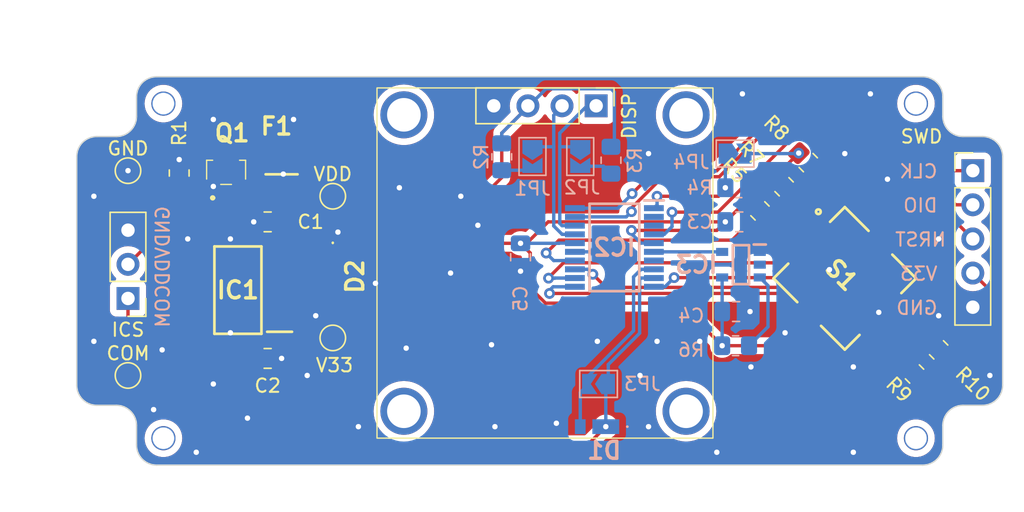
<source format=kicad_pcb>
(kicad_pcb (version 20221018) (generator pcbnew)
  (layers (0 "F.Cu" signal) (31 "B.Cu" signal) (34 "B.Paste" user) (35 "F.Paste" user) (36 "B.SilkS" user "B.Silkscreen") (37 "F.SilkS" user "F.Silkscreen") (38 "B.Mask" user) (39 "F.Mask" user) (44 "Edge.Cuts" user))
  (net 0 "")
  (net 1 "VDD")
  (net 2 "GND")
  (net 3 "+3.3V")
  (net 4 "/RX")
  (net 5 "/TX")
  (net 6 "Net-(Q1-S)")
  (net 7 "Net-(IC2-PB9-BOOT0)")
  (net 10 "/NRST")
  (net 11 "/CLK")
  (net 13 "/SW_UP")
  (net 14 "/SW_DOWN")
  (net 15 "/SW_LEFT")
  (net 16 "/SW_RIGHT")
  (net 17 "/SW_PUSH")
  (net 18 "/SCL")
  (net 19 "/SDA")
  (net 20 "/SWDIO")
  (net 21 "/SWCLK")
  (net 23 "Net-(IC3-OE{slash}~{ST}{slash}NC)")
  (net 24 "Net-(J1-Pin_2)")
  (net 25 "Net-(JP1-B)")
  (net 26 "Net-(JP2-B)")
  (footprint "0_SamacSys_Parts:CUHS20F30H3F" (layer "F.Cu") (at 37.465 33.02 -90)
    (fp_text reference "D2" (at 0.254 -1.651 90) (layer "F.SilkS") (effects (font (size 1.27 1.27) (thickness 0.254))))
    (fp_text value "CUHS20F30,H3F" hide)
    (pad "1" smd rect (at -0.65 0) (size 1.1 2) (layers "F.Cu" "F.Paste" "F.Mask") (net 1 "VDD"))
    (pad "2" smd rect (at 1.25 0 270) (size 0.8 1.1) (layers "F.Cu" "F.Paste" "F.Mask") (net 3 "+3.3V"))
  )
  (footprint "TestPoint:TestPoint_Pad_D1.5mm" (layer "F.Cu") (at 37.465 37.846)
    (fp_text reference "V33" (at 0.127 2.032) (layer "F.SilkS"))
    (fp_text value "TestPoint")
    (pad "1" smd circle (at 0 0) (size 1.5 1.5) (layers "F.Cu" "F.Mask") (net 3 "+3.3V"))
  )
  (footprint "Capacitor_SMD:C_0805_2012Metric_Pad1.18x1.45mm_HandSolder" (layer "F.Cu") (at 32.6175 39.37)
    (fp_text reference "C2" (at 0 2.032) (layer "F.SilkS"))
    (fp_text value "10u")
    (pad "1" smd roundrect (at -1.0375 0) (size 1.175 1.45) (layers "F.Cu" "F.Paste" "F.Mask") (roundrect_rratio 0.2127659574) (net 3 "+3.3V"))
    (pad "2" smd roundrect (at 1.0375 0) (size 1.175 1.45) (layers "F.Cu" "F.Paste" "F.Mask") (roundrect_rratio 0.2127659574) (net 2 "GND"))
  )
  (footprint "0_SamacSys_Parts:SSM3J332RLFT" (layer "F.Cu") (at 29.525 25.525)
    (fp_text reference "Q1" (at 0.447 -2.919) (layer "F.SilkS") (effects (font (size 1.27 1.27) (thickness 0.254))))
    (fp_text value "SSM3J332R,LF" hide)
    (pad "1" smd rect (at -0.95 1.05) (size 0.8 0.9) (layers "F.Cu" "F.Paste" "F.Mask") (net 2 "GND"))
    (pad "2" smd rect (at 0.95 1.05) (size 0.8 0.9) (layers "F.Cu" "F.Paste" "F.Mask") (net 6 "Net-(Q1-S)"))
    (pad "3" smd rect (at 0 -1.05) (size 0.8 0.9) (layers "F.Cu" "F.Paste" "F.Mask") (net 24 "Net-(J1-Pin_2)"))
  )
  (footprint "Connector_PinHeader_2.54mm:PinHeader_1x03_P2.54mm_Vertical" (layer "F.Cu") (at 22.225 34.91 180)
    (fp_text reference "ICS" (at 0 -2.33) (layer "F.SilkS"))
    (fp_text value "I.C.S")
    (pad "1" thru_hole rect (at 0 0 180) (size 1.7 1.7) (drill 1) (layers "*.Cu" "*.Mask") (net 4 "/RX"))
    (pad "2" thru_hole oval (at 0 2.54 180) (size 1.7 1.7) (drill 1) (layers "*.Cu" "*.Mask") (net 24 "Net-(J1-Pin_2)"))
    (pad "3" thru_hole oval (at 0 5.08 180) (size 1.7 1.7) (drill 1) (layers "*.Cu" "*.Mask") (net 2 "GND"))
  )
  (footprint "TestPoint:TestPoint_Pad_D1.5mm" (layer "F.Cu") (at 22.225 40.64)
    (fp_text reference "COM" (at 0 -1.648) (layer "F.SilkS"))
    (fp_text value "TestPoint")
    (pad "1" smd circle (at 0 0) (size 1.5 1.5) (layers "F.Cu" "F.Mask") (net 4 "/RX"))
  )
  (footprint "TestPoint:TestPoint_Pad_D1.5mm" (layer "F.Cu") (at 37.465 27.305)
    (fp_text reference "VDD" (at 0 -1.648) (layer "F.SilkS"))
    (fp_text value "TestPoint")
    (pad "1" smd circle (at 0 0) (size 1.5 1.5) (layers "F.Cu" "F.Mask") (net 1 "VDD"))
  )
  (footprint "MountingHole:MountingHole_2.2mm_M2_Pad" (layer "F.Cu") (at 80.86 20.41)
    (fp_text reference "REF**" hide)
    (fp_text value "MountingHole_2.2mm_M2_Pad" hide)
    (pad "1" thru_hole circle (at 0 0) (size 1.8 1.8) (drill 1.6) (layers "*.Cu" "*.Mask"))
  )
  (footprint "0_SamacSys_Parts:SOT230P700X180-4N" (layer "F.Cu") (at 30.405 34.29 180)
    (fp_text reference "IC1" (at 0 0) (layer "F.SilkS") (effects (font (size 1.27 1.27) (thickness 0.254))))
    (fp_text value "AZ1117CH-3.3TRG1" hide)
    (pad "1" smd rect (at -3.1 -2.3 270) (size 0.9 1.85) (layers "F.Cu" "F.Paste" "F.Mask") (net 2 "GND"))
    (pad "2" smd rect (at -3.1 0 270) (size 0.9 1.85) (layers "F.Cu" "F.Paste" "F.Mask") (net 3 "+3.3V"))
    (pad "3" smd rect (at -3.1 2.3 270) (size 0.9 1.85) (layers "F.Cu" "F.Paste" "F.Mask") (net 1 "VDD"))
    (pad "4" smd rect (at 3.1 0 180) (size 1.85 3.2) (layers "F.Cu" "F.Paste" "F.Mask") (net 3 "+3.3V"))
  )
  (footprint "Resistor_SMD:R_0805_2012Metric_Pad1.20x1.40mm_HandSolder" (layer "F.Cu") (at 80.753948 40.531052 135)
    (fp_text reference "R9" (at 0 -1.65 135) (layer "F.SilkS"))
    (fp_text value "10k")
    (pad "1" smd roundrect (at -1 0 135) (size 1.2 1.4) (layers "F.Cu" "F.Paste" "F.Mask") (roundrect_rratio 0.2083333333) (net 3 "+3.3V"))
    (pad "2" smd roundrect (at 1 0 135) (size 1.2 1.4) (layers "F.Cu" "F.Paste" "F.Mask") (roundrect_rratio 0.2083333333) (net 14 "/SW_DOWN"))
  )
  (footprint "Resistor_SMD:R_0805_2012Metric_Pad1.20x1.40mm_HandSolder" (layer "F.Cu") (at 69.251842 28.393944 -45)
    (fp_text reference "R5" (at -3.490128 -0.743948 135) (layer "F.SilkS"))
    (fp_text value "10k")
    (pad "1" smd roundrect (at -1 0 315) (size 1.2 1.4) (layers "F.Cu" "F.Paste" "F.Mask") (roundrect_rratio 0.2083333333) (net 3 "+3.3V"))
    (pad "2" smd roundrect (at 1 0 315) (size 1.2 1.4) (layers "F.Cu" "F.Paste" "F.Mask") (roundrect_rratio 0.2083333333) (net 15 "/SW_LEFT"))
  )
  (footprint "MountingHole:MountingHole_2.2mm_M2_Pad" (layer "F.Cu") (at 80.86 45.31)
    (fp_text reference "REF**" hide)
    (fp_text value "MountingHole_2.2mm_M2_Pad" hide)
    (pad "1" thru_hole circle (at 0 0) (size 1.8 1.8) (drill 1.6) (layers "*.Cu" "*.Mask"))
  )
  (footprint "Connector_PinHeader_2.54mm:PinHeader_1x05_P2.54mm_Vertical" (layer "F.Cu") (at 85.09 25.4)
    (fp_text reference "SWD" (at -3.81 -2.54 180) (layer "F.SilkS"))
    (fp_text value "SWD")
    (pad "1" thru_hole rect (at 0 0) (size 1.7 1.7) (drill 1) (layers "*.Cu" "*.Mask") (net 21 "/SWCLK"))
    (pad "2" thru_hole oval (at 0 2.54) (size 1.7 1.7) (drill 1) (layers "*.Cu" "*.Mask") (net 20 "/SWDIO"))
    (pad "3" thru_hole oval (at 0 5.08) (size 1.7 1.7) (drill 1) (layers "*.Cu" "*.Mask") (net 10 "/NRST"))
    (pad "4" thru_hole oval (at 0 7.62) (size 1.7 1.7) (drill 1) (layers "*.Cu" "*.Mask") (net 3 "+3.3V"))
    (pad "5" thru_hole oval (at 0 10.16) (size 1.7 1.7) (drill 1) (layers "*.Cu" "*.Mask") (net 2 "GND"))
  )
  (footprint "0_SamacSys_Parts:FUSC3226X110N" (layer "F.Cu") (at 33.655 25.67 -90)
    (fp_text reference "F1" (at -3.572 0.381 -180) (layer "F.SilkS") (effects (font (size 1.27 1.27) (thickness 0.254))))
    (fp_text value "MF-USMF010-2" hide)
    (pad "1" smd rect (at -1.635 0 270) (size 0.88 2.81) (layers "F.Cu" "F.Paste" "F.Mask") (net 6 "Net-(Q1-S)"))
    (pad "2" smd rect (at 1.635 0 270) (size 0.88 2.81) (layers "F.Cu" "F.Paste" "F.Mask") (net 1 "VDD"))
  )
  (footprint "Resistor_SMD:R_0805_2012Metric_Pad1.20x1.40mm_HandSolder" (layer "F.Cu") (at 72.843944 24.801842 -45)
    (fp_text reference "R8" (at -3.490128 -0.154077 135) (layer "F.SilkS"))
    (fp_text value "10k")
    (pad "1" smd roundrect (at -1 0 315) (size 1.2 1.4) (layers "F.Cu" "F.Paste" "F.Mask") (roundrect_rratio 0.2083333333) (net 3 "+3.3V"))
    (pad "2" smd roundrect (at 1 0 315) (size 1.2 1.4) (layers "F.Cu" "F.Paste" "F.Mask") (roundrect_rratio 0.2083333333) (net 13 "/SW_UP"))
  )
  (footprint "MountingHole:MountingHole_2.2mm_M2_Pad" (layer "F.Cu") (at 24.86 45.31)
    (fp_text reference "REF**" hide)
    (fp_text value "MountingHole_2.2mm_M2_Pad" hide)
    (pad "1" thru_hole circle (at 0 0) (size 1.8 1.8) (drill 1.6) (layers "*.Cu" "*.Mask"))
  )
  (footprint "Resistor_SMD:R_0805_2012Metric_Pad1.20x1.40mm_HandSolder" (layer "F.Cu") (at 71.047893 26.597893 -45)
    (fp_text reference "R7" (at -3.490128 0 135) (layer "F.SilkS"))
    (fp_text value "10k")
    (pad "1" smd roundrect (at -1 0 315) (size 1.2 1.4) (layers "F.Cu" "F.Paste" "F.Mask") (roundrect_rratio 0.2083333333) (net 3 "+3.3V"))
    (pad "2" smd roundrect (at 1 0 315) (size 1.2 1.4) (layers "F.Cu" "F.Paste" "F.Mask") (roundrect_rratio 0.2083333333) (net 17 "/SW_PUSH"))
  )
  (footprint "Connector_PinHeader_2.54mm:PinHeader_1x04_P2.54mm_Vertical" (layer "F.Cu") (at 57.064 20.574 -90)
    (fp_text reference "DISP" (at 0.759 -2.454 90) (layer "F.SilkS"))
    (fp_text value "DISP")
    (pad "" thru_hole circle (at 0.67 -6.69 270) (size 3.5 3.5) (drill 2.5) (layers "*.Cu" "*.Mask"))
    (pad "" thru_hole circle (at 0.67 14.31 270) (size 3.5 3.5) (drill 2.5) (layers "*.Cu" "*.Mask"))
    (pad "" thru_hole circle (at 22.73 -6.69 270) (size 3.5 3.5) (drill 2.5) (layers "*.Cu" "*.Mask"))
    (pad "" thru_hole circle (at 22.73 14.31 270) (size 3.5 3.5) (drill 2.5) (layers "*.Cu" "*.Mask"))
    (pad "1" thru_hole oval (at 0 7.62 270) (size 1.7 1.7) (drill 1) (layers "*.Cu" "*.Mask") (net 2 "GND"))
    (pad "2" thru_hole oval (at 0 5.08 270) (size 1.7 1.7) (drill 1) (layers "*.Cu" "*.Mask") (net 3 "+3.3V"))
    (pad "3" thru_hole oval (at 0 2.54 270) (size 1.7 1.7) (drill 1) (layers "*.Cu" "*.Mask") (net 18 "/SCL"))
    (pad "4" thru_hole rect (at 0 0 270) (size 1.7 1.7) (drill 1) (layers "*.Cu" "*.Mask") (net 19 "/SDA"))
  )
  (footprint "0_SamacSys_Parts:SKRHAAE010" (layer "F.Cu") (at 75.565 33.415 -45)
    (fp_text reference "S1" (at -0.36 -0.01 135) (layer "F.SilkS") (effects (font (size 1.27 1.27) (thickness 0.254))))
    (fp_text value "SKRHAAE010" hide)
    (pad "1" smd rect (at -3.575 -1.425 45) (size 1 1.35) (layers "F.Cu" "F.Paste" "F.Mask") (net 13 "/SW_UP"))
    (pad "2" smd rect (at -3.575 0 45) (size 1 1.35) (layers "F.Cu" "F.Paste" "F.Mask") (net 17 "/SW_PUSH"))
    (pad "3" smd rect (at -3.575 1.425 45) (size 1 1.35) (layers "F.Cu" "F.Paste" "F.Mask") (net 15 "/SW_LEFT"))
    (pad "4" smd rect (at 3.575 -1.425 45) (size 1 1.35) (layers "F.Cu" "F.Paste" "F.Mask") (net 16 "/SW_RIGHT"))
    (pad "5" smd rect (at 3.575 0 45) (size 1 1.35) (layers "F.Cu" "F.Paste" "F.Mask") (net 2 "GND"))
    (pad "6" smd rect (at 3.575 1.425 45) (size 1 1.35) (layers "F.Cu" "F.Paste" "F.Mask") (net 14 "/SW_DOWN"))
    (pad "7" smd rect (at 0 4.05 45) (size 1.8 2) (layers "F.Cu" "F.Paste" "F.Mask"))
    (pad "8" smd rect (at 0 -4.05 45) (size 1.8 2) (layers "F.Cu" "F.Paste" "F.Mask"))
  )
  (footprint "Resistor_SMD:R_0805_2012Metric_Pad1.20x1.40mm_HandSolder" (layer "F.Cu") (at 82.55 38.735 135)
    (fp_text reference "R10" (at -3.592102 0 135) (layer "F.SilkS"))
    (fp_text value "10k")
    (pad "1" smd roundrect (at -1 0 135) (size 1.2 1.4) (layers "F.Cu" "F.Paste" "F.Mask") (roundrect_rratio 0.2083333333) (net 3 "+3.3V"))
    (pad "2" smd roundrect (at 1 0 135) (size 1.2 1.4) (layers "F.Cu" "F.Paste" "F.Mask") (roundrect_rratio 0.2083333333) (net 16 "/SW_RIGHT"))
  )
  (footprint "MountingHole:MountingHole_2.2mm_M2_Pad" (layer "F.Cu") (at 24.86 20.41)
    (fp_text reference "REF**" hide)
    (fp_text value "MountingHole_2.2mm_M2_Pad" hide)
    (pad "1" thru_hole circle (at 0 0) (size 1.8 1.8) (drill 1.6) (layers "*.Cu" "*.Mask"))
  )
  (footprint "Resistor_SMD:R_0805_2012Metric_Pad1.20x1.40mm_HandSolder" (layer "F.Cu") (at 26.035 25.575 90)
    (fp_text reference "R1" (at 2.969 0 90) (layer "F.SilkS"))
    (fp_text value "100k")
    (pad "1" smd roundrect (at -1 0 90) (size 1.2 1.4) (layers "F.Cu" "F.Paste" "F.Mask") (roundrect_rratio 0.2083333333) (net 24 "Net-(J1-Pin_2)"))
    (pad "2" smd roundrect (at 1 0 90) (size 1.2 1.4) (layers "F.Cu" "F.Paste" "F.Mask") (roundrect_rratio 0.2083333333) (net 2 "GND"))
  )
  (footprint "Capacitor_SMD:C_0805_2012Metric_Pad1.18x1.45mm_HandSolder" (layer "F.Cu") (at 32.6175 29.21 180)
    (fp_text reference "C1" (at -3.1965 0) (layer "F.SilkS"))
    (fp_text value "10u")
    (pad "1" smd roundrect (at -1.0375 0 180) (size 1.175 1.45) (layers "F.Cu" "F.Paste" "F.Mask") (roundrect_rratio 0.2127659574) (net 1 "VDD"))
    (pad "2" smd roundrect (at 1.0375 0 180) (size 1.175 1.45) (layers "F.Cu" "F.Paste" "F.Mask") (roundrect_rratio 0.2127659574) (net 2 "GND"))
  )
  (footprint "TestPoint:TestPoint_Pad_D1.5mm" (layer "F.Cu") (at 22.225 25.4)
    (fp_text reference "GND" (at 0 -1.648) (layer "F.SilkS"))
    (fp_text value "TestPoint")
    (pad "1" smd circle (at 0 0) (size 1.5 1.5) (layers "F.Cu" "F.Mask") (net 2 "GND"))
  )
  (footprint "Jumper:SolderJumper-2_P1.3mm_Open_TrianglePad1.0x1.5mm" (layer "B.Cu") (at 57.24 41.275 180)
    (fp_text reference "JP3" (at -3.265 0) (layer "B.SilkS") (effects (justify mirror)))
    (fp_text value "SolderJumper_2_Open")
    (pad "1" smd custom (at -0.725 0 180) (size 0.3 0.3) (layers "B.Cu" "B.Mask") (net 4 "/RX") (options (clearance outline) (anchor rect)) (primitives (gr_poly (pts (xy 1 0) (xy 0.5 -0.75) (xy -0.5 -0.75) (xy -0.5 0.75) (xy 0.5 0.75)) (width 0) (fill yes))))
    (pad "2" smd custom (at 0.725 0 180) (size 0.3 0.3) (layers "B.Cu" "B.Mask") (net 5 "/TX") (options (clearance outline) (anchor rect)) (primitives (gr_poly (pts (xy 0.5 -0.75) (xy -0.65 -0.75) (xy -0.15 0) (xy -0.65 0.75) (xy 0.5 0.75)) (width 0) (fill yes))))
  )
  (footprint "Capacitor_SMD:C_0805_2012Metric_Pad1.18x1.45mm_HandSolder" (layer "B.Cu") (at 67.4755 35.885)
    (fp_text reference "C4" (at -3.3405 0.31 -360) (layer "B.SilkS") (effects (justify mirror)))
    (fp_text value "0.1u")
    (pad "1" smd roundrect (at -1.0375 0) (size 1.175 1.45) (layers "B.Cu" "B.Paste" "B.Mask") (roundrect_rratio 0.2127659574) (net 3 "+3.3V"))
    (pad "2" smd roundrect (at 1.0375 0) (size 1.175 1.45) (layers "B.Cu" "B.Paste" "B.Mask") (roundrect_rratio 0.2127659574) (net 2 "GND"))
  )
  (footprint "Jumper:SolderJumper-2_P1.3mm_Open_TrianglePad1.0x1.5mm" (layer "B.Cu") (at 52.324 24.347 -90)
    (fp_text reference "JP1" (at 2.392 0) (layer "B.SilkS") (effects (justify mirror)))
    (fp_text value "SolderJumper_2_Open")
    (pad "1" smd custom (at -0.725 0 270) (size 0.3 0.3) (layers "B.Cu" "B.Mask") (net 18 "/SCL") (options (clearance outline) (anchor rect)) (primitives (gr_poly (pts (xy 1 0) (xy 0.5 -0.75) (xy -0.5 -0.75) (xy -0.5 0.75) (xy 0.5 0.75)) (width 0) (fill yes))))
    (pad "2" smd custom (at 0.725 0 270) (size 0.3 0.3) (layers "B.Cu" "B.Mask") (net 25 "Net-(JP1-B)") (options (clearance outline) (anchor rect)) (primitives (gr_poly (pts (xy 0.5 -0.75) (xy -0.65 -0.75) (xy -0.15 0) (xy -0.65 0.75) (xy 0.5 0.75)) (width 0) (fill yes))))
  )
  (footprint "Resistor_SMD:R_0805_2012Metric_Pad1.20x1.40mm_HandSolder" (layer "B.Cu") (at 58.166 24.622 -90)
    (fp_text reference "R3" (at 0.016 -1.778 90) (layer "B.SilkS") (effects (justify mirror)))
    (fp_text value "3.3k")
    (pad "1" smd roundrect (at -1 0 270) (size 1.2 1.4) (layers "B.Cu" "B.Paste" "B.Mask") (roundrect_rratio 0.2083333333) (net 3 "+3.3V"))
    (pad "2" smd roundrect (at 1 0 270) (size 1.2 1.4) (layers "B.Cu" "B.Paste" "B.Mask") (roundrect_rratio 0.2083333333) (net 26 "Net-(JP2-B)"))
  )
  (footprint "Resistor_SMD:R_0805_2012Metric_Pad1.20x1.40mm_HandSolder" (layer "B.Cu") (at 67.675 26.67)
    (fp_text reference "R4" (at -2.905 0) (layer "B.SilkS") (effects (justify mirror)))
    (fp_text value "10k")
    (pad "1" smd roundrect (at -1 0) (size 1.2 1.4) (layers "B.Cu" "B.Paste" "B.Mask") (roundrect_rratio 0.2083333333) (net 7 "Net-(IC2-PB9-BOOT0)"))
    (pad "2" smd roundrect (at 1 0) (size 1.2 1.4) (layers "B.Cu" "B.Paste" "B.Mask") (roundrect_rratio 0.2083333333) (net 2 "GND"))
  )
  (footprint "0_SamacSys_Parts:SOT95P280X130-5N" (layer "B.Cu") (at 67.838 32.395 180)
    (fp_text reference "IC3" (at 3.322 0) (layer "B.SilkS") (effects (font (size 1.27 1.27) (thickness 0.254)) (justify mirror)))
    (fp_text value "SIT2001BI-S2-33E-12.000000G" hide)
    (pad "1" smd rect (at -1.4 0.95 90) (size 0.6 0.9) (layers "B.Cu" "B.Paste" "B.Mask") (net 2 "GND"))
    (pad "2" smd rect (at -1.4 0 90) (size 0.6 0.9) (layers "B.Cu" "B.Paste" "B.Mask"))
    (pad "3" smd rect (at -1.4 -0.95 90) (size 0.6 0.9) (layers "B.Cu" "B.Paste" "B.Mask") (net 23 "Net-(IC3-OE{slash}~{ST}{slash}NC)"))
    (pad "4" smd rect (at 1.4 -0.95 90) (size 0.6 0.9) (layers "B.Cu" "B.Paste" "B.Mask") (net 3 "+3.3V"))
    (pad "5" smd rect (at 1.4 0.95 90) (size 0.6 0.9) (layers "B.Cu" "B.Paste" "B.Mask") (net 11 "/CLK"))
  )
  (footprint "Resistor_SMD:R_0805_2012Metric_Pad1.20x1.40mm_HandSolder" (layer "B.Cu") (at 50.038 24.368 -90)
    (fp_text reference "R2" (at 0.016 1.524 90) (layer "B.SilkS") (effects (justify mirror)))
    (fp_text value "3.3k")
    (pad "1" smd roundrect (at -1 0 270) (size 1.2 1.4) (layers "B.Cu" "B.Paste" "B.Mask") (roundrect_rratio 0.2083333333) (net 3 "+3.3V"))
    (pad "2" smd roundrect (at 1 0 270) (size 1.2 1.4) (layers "B.Cu" "B.Paste" "B.Mask") (roundrect_rratio 0.2083333333) (net 25 "Net-(JP1-B)"))
  )
  (footprint "0_SamacSys_Parts:SOP65P640X120-20N" (layer "B.Cu") (at 58.42 31.115 180)
    (fp_text reference "IC2" (at 0 0) (layer "B.SilkS") (effects (font (size 1.27 1.27) (thickness 0.254)) (justify mirror)))
    (fp_text value "STM32L010F4P6" hide)
    (pad "1" smd rect (at -2.938 2.925 90) (size 0.45 1.475) (layers "B.Cu" "B.Paste" "B.Mask") (net 7 "Net-(IC2-PB9-BOOT0)"))
    (pad "2" smd rect (at -2.938 2.275 90) (size 0.45 1.475) (layers "B.Cu" "B.Paste" "B.Mask"))
    (pad "3" smd rect (at -2.938 1.625 90) (size 0.45 1.475) (layers "B.Cu" "B.Paste" "B.Mask"))
    (pad "4" smd rect (at -2.938 0.975 90) (size 0.45 1.475) (layers "B.Cu" "B.Paste" "B.Mask") (net 10 "/NRST"))
    (pad "5" smd rect (at -2.938 0.325 90) (size 0.45 1.475) (layers "B.Cu" "B.Paste" "B.Mask") (net 3 "+3.3V"))
    (pad "6" smd rect (at -2.938 -0.325 90) (size 0.45 1.475) (layers "B.Cu" "B.Paste" "B.Mask") (net 11 "/CLK"))
    (pad "7" smd rect (at -2.938 -0.975 90) (size 0.45 1.475) (layers "B.Cu" "B.Paste" "B.Mask"))
    (pad "8" smd rect (at -2.938 -1.625 90) (size 0.45 1.475) (layers "B.Cu" "B.Paste" "B.Mask") (net 5 "/TX"))
    (pad "9" smd rect (at -2.938 -2.275 90) (size 0.45 1.475) (layers "B.Cu" "B.Paste" "B.Mask") (net 4 "/RX"))
    (pad "10" smd rect (at -2.938 -2.925 90) (size 0.45 1.475) (layers "B.Cu" "B.Paste" "B.Mask") (net 13 "/SW_UP"))
    (pad "11" smd rect (at 2.938 -2.925 90) (size 0.45 1.475) (layers "B.Cu" "B.Paste" "B.Mask") (net 14 "/SW_DOWN"))
    (pad "12" smd rect (at 2.938 -2.275 90) (size 0.45 1.475) (layers "B.Cu" "B.Paste" "B.Mask") (net 15 "/SW_LEFT"))
    (pad "13" smd rect (at 2.938 -1.625 90) (size 0.45 1.475) (layers "B.Cu" "B.Paste" "B.Mask") (net 16 "/SW_RIGHT"))
    (pad "14" smd rect (at 2.938 -0.975 90) (size 0.45 1.475) (layers "B.Cu" "B.Paste" "B.Mask") (net 17 "/SW_PUSH"))
    (pad "15" smd rect (at 2.938 -0.325 90) (size 0.45 1.475) (layers "B.Cu" "B.Paste" "B.Mask") (net 2 "GND"))
    (pad "16" smd rect (at 2.938 0.325 90) (size 0.45 1.475) (layers "B.Cu" "B.Paste" "B.Mask") (net 3 "+3.3V"))
    (pad "17" smd rect (at 2.938 0.975 90) (size 0.45 1.475) (layers "B.Cu" "B.Paste" "B.Mask") (net 18 "/SCL"))
    (pad "18" smd rect (at 2.938 1.625 90) (size 0.45 1.475) (layers "B.Cu" "B.Paste" "B.Mask") (net 19 "/SDA"))
    (pad "19" smd rect (at 2.938 2.275 90) (size 0.45 1.475) (layers "B.Cu" "B.Paste" "B.Mask") (net 20 "/SWDIO"))
    (pad "20" smd rect (at 2.938 2.925 90) (size 0.45 1.475) (layers "B.Cu" "B.Paste" "B.Mask") (net 21 "/SWCLK"))
  )
  (footprint "Jumper:SolderJumper-2_P1.3mm_Open_TrianglePad1.0x1.5mm" (layer "B.Cu") (at 67.4 24.13)
    (fp_text reference "JP4" (at -3.265 0.635) (layer "B.SilkS") (effects (justify mirror)))
    (fp_text value "SolderJumper_2_Open")
    (pad "1" smd custom (at -0.725 0) (size 0.3 0.3) (layers "B.Cu" "B.Mask") (net 7 "Net-(IC2-PB9-BOOT0)") (options (clearance outline) (anchor rect)) (primitives (gr_poly (pts (xy 1 0) (xy 0.5 -0.75) (xy -0.5 -0.75) (xy -0.5 0.75) (xy 0.5 0.75)) (width 0) (fill yes))))
    (pad "2" smd custom (at 0.725 0) (size 0.3 0.3) (layers "B.Cu" "B.Mask") (net 3 "+3.3V") (options (clearance outline) (anchor rect)) (primitives (gr_poly (pts (xy 0.5 -0.75) (xy -0.65 -0.75) (xy -0.15 0) (xy -0.65 0.75) (xy 0.5 0.75)) (width 0) (fill yes))))
  )
  (footprint "Capacitor_SMD:C_0805_2012Metric_Pad1.18x1.45mm_HandSolder" (layer "B.Cu") (at 67.7125 29.21)
    (fp_text reference "C3" (at -2.9425 0) (layer "B.SilkS") (effects (justify mirror)))
    (fp_text value "0.1u")
    (pad "1" smd roundrect (at -1.0375 0) (size 1.175 1.45) (layers "B.Cu" "B.Paste" "B.Mask") (roundrect_rratio 0.2127659574) (net 3 "+3.3V"))
    (pad "2" smd roundrect (at 1.0375 0) (size 1.175 1.45) (layers "B.Cu" "B.Paste" "B.Mask") (roundrect_rratio 0.2127659574) (net 2 "GND"))
  )
  (footprint "Capacitor_SMD:C_0805_2012Metric_Pad1.18x1.45mm_HandSolder" (layer "B.Cu") (at 51.435 31.8425 -90)
    (fp_text reference "C5" (at 3.0825 0 90) (layer "B.SilkS") (effects (justify mirror)))
    (fp_text value "0.1u")
    (pad "1" smd roundrect (at -1.0375 0 270) (size 1.175 1.45) (layers "B.Cu" "B.Paste" "B.Mask") (roundrect_rratio 0.2127659574) (net 3 "+3.3V"))
    (pad "2" smd roundrect (at 1.0375 0 270) (size 1.175 1.45) (layers "B.Cu" "B.Paste" "B.Mask") (roundrect_rratio 0.2127659574) (net 2 "GND"))
  )
  (footprint "Jumper:SolderJumper-2_P1.3mm_Open_TrianglePad1.0x1.5mm" (layer "B.Cu") (at 55.88 24.347 -90)
    (fp_text reference "JP2" (at 2.302 -0.127) (layer "B.SilkS") (effects (justify mirror)))
    (fp_text value "SolderJumper_2_Open")
    (pad "1" smd custom (at -0.725 0 270) (size 0.3 0.3) (layers "B.Cu" "B.Mask") (net 19 "/SDA") (options (clearance outline) (anchor rect)) (primitives (gr_poly (pts (xy 1 0) (xy 0.5 -0.75) (xy -0.5 -0.75) (xy -0.5 0.75) (xy 0.5 0.75)) (width 0) (fill yes))))
    (pad "2" smd custom (at 0.725 0 270) (size 0.3 0.3) (layers "B.Cu" "B.Mask") (net 26 "Net-(JP2-B)") (options (clearance outline) (anchor rect)) (primitives (gr_poly (pts (xy 0.5 -0.75) (xy -0.65 -0.75) (xy -0.15 0) (xy -0.65 0.75) (xy 0.5 0.75)) (width 0) (fill yes))))
  )
  (footprint "Resistor_SMD:R_0805_2012Metric_Pad1.20x1.40mm_HandSolder" (layer "B.Cu") (at 67.438 38.425)
    (fp_text reference "R6" (at -3.303 0.31) (layer "B.SilkS") (effects (justify mirror)))
    (fp_text value "10k")
    (pad "1" smd roundrect (at -1 0) (size 1.2 1.4) (layers "B.Cu" "B.Paste" "B.Mask") (roundrect_rratio 0.2083333333) (net 3 "+3.3V"))
    (pad "2" smd roundrect (at 1 0) (size 1.2 1.4) (layers "B.Cu" "B.Paste" "B.Mask") (roundrect_rratio 0.2083333333) (net 23 "Net-(IC3-OE{slash}~{ST}{slash}NC)"))
  )
  (footprint "0_SamacSys_Parts:CUHS20F30H3F" (layer "B.Cu") (at 57.13 44.45 180)
    (fp_text reference "D1" (at -0.528 -1.778) (layer "B.SilkS") (effects (font (size 1.27 1.27) (thickness 0.254)) (justify mirror)))
    (fp_text value "CUHS20F30,H3F" hide)
    (pad "1" smd rect (at -0.65 0 90) (size 1.1 2) (layers "B.Cu" "B.Paste" "B.Mask") (net 4 "/RX"))
    (pad "2" smd rect (at 1.25 0 180) (size 0.8 1.1) (layers "B.Cu" "B.Paste" "B.Mask") (net 5 "/TX"))
  )
  (gr_arc (start 81.36 18.41) (mid 82.42066 18.84934) (end 82.86 19.91) (stroke (width 0.1)) (layer "Edge.Cuts"))
  (gr_arc (start 82.86 44.36) (mid 83.29934 43.29934) (end 84.36 42.86) (stroke (width 0.1)) (layer "Edge.Cuts"))
  (gr_arc (start 84.36 22.86) (mid 83.29934 22.42066) (end 82.86 21.36) (stroke (width 0.1)) (layer "Edge.Cuts"))
  (gr_arc (start 22.86 19.91) (mid 23.29934 18.84934) (end 24.36 18.41) (stroke (width 0.1)) (layer "Edge.Cuts"))
  (gr_line (start 18.41 41.36) (end 18.41 24.36) (stroke (width 0.1)) (layer "Edge.Cuts"))
  (gr_arc (start 85.81 22.86) (mid 86.87066 23.29934) (end 87.31 24.36) (stroke (width 0.1)) (layer "Edge.Cuts"))
  (gr_line (start 19.91 22.86) (end 21.36 22.86) (stroke (width 0.1)) (layer "Edge.Cuts"))
  (gr_arc (start 19.91 42.86) (mid 18.84934 42.42066) (end 18.41 41.36) (stroke (width 0.1)) (layer "Edge.Cuts"))
  (gr_line (start 24.36 18.41) (end 81.36 18.41) (stroke (width 0.1)) (layer "Edge.Cuts"))
  (gr_line (start 82.86 44.36) (end 82.86 45.81) (stroke (width 0.1)) (layer "Edge.Cuts"))
  (gr_arc (start 18.41 24.36) (mid 18.84934 23.29934) (end 19.91 22.86) (stroke (width 0.1)) (layer "Edge.Cuts"))
  (gr_line (start 81.36 47.31) (end 24.36 47.31) (stroke (width 0.1)) (layer "Edge.Cuts"))
  (gr_line (start 84.36 22.86) (end 85.81 22.86) (stroke (width 0.1)) (layer "Edge.Cuts"))
  (gr_arc (start 24.36 47.31) (mid 23.29934 46.87066) (end 22.86 45.81) (stroke (width 0.1)) (layer "Edge.Cuts"))
  (gr_line (start 87.31 24.36) (end 87.31 41.36) (stroke (width 0.1)) (layer "Edge.Cuts"))
  (gr_line (start 21.36 42.86) (end 19.91 42.86) (stroke (width 0.1)) (layer "Edge.Cuts"))
  (gr_line (start 22.86 45.81) (end 22.86 44.36) (stroke (width 0.1)) (layer "Edge.Cuts"))
  (gr_line (start 82.86 19.91) (end 82.86 21.36) (stroke (width 0.1)) (layer "Edge.Cuts"))
  (gr_arc (start 82.86 45.81) (mid 82.42066 46.87066) (end 81.36 47.31) (stroke (width 0.1)) (layer "Edge.Cuts"))
  (gr_arc (start 21.36 42.86) (mid 22.42066 43.29934) (end 22.86 44.36) (stroke (width 0.1)) (layer "Edge.Cuts"))
  (gr_line (start 85.81 42.86) (end 84.36 42.86) (stroke (width 0.1)) (layer "Edge.Cuts"))
  (gr_line (start 22.86 21.36) (end 22.86 19.91) (stroke (width 0.1)) (layer "Edge.Cuts"))
  (gr_arc (start 22.86 21.36) (mid 22.42066 22.42066) (end 21.36 22.86) (stroke (width 0.1)) (layer "Edge.Cuts"))
  (gr_arc (start 87.31 41.36) (mid 86.87066 42.42066) (end 85.81 42.86) (stroke (width 0.1)) (layer "Edge.Cuts"))
  (gr_text "VDD" (at 25.4 30.988 90) (layer "B.SilkS") (effects (font (size 1 1)) (justify left bottom mirror)))
  (gr_text "COM" (at 25.4 33.782 90) (layer "B.SilkS") (effects (font (size 1 1)) (justify left bottom mirror)))
  (gr_text "NRST" (at 83.185 31.115) (layer "B.SilkS") (effects (font (size 1 1)) (justify left bottom mirror)))
  (gr_text "GND" (at 82.55 36.195) (layer "B.SilkS") (effects (font (size 1 1)) (justify left bottom mirror)))
  (gr_text "DIO" (at 82.55 28.575) (layer "B.SilkS") (effects (font (size 1 1)) (justify left bottom mirror)))
  (gr_text "V33" (at 82.55 33.655) (layer "B.SilkS") (effects (font (size 1 1)) (justify left bottom mirror)))
  (gr_text "GND" (at 25.4 27.94 90) (layer "B.SilkS") (effects (font (size 1 1)) (justify left bottom mirror)))
  (gr_text "CLK" (at 82.55 26.035) (layer "B.SilkS") (effects (font (size 1 1)) (justify left bottom mirror)))
  (segment (start 37.465 32.37) (end 33.885 32.37) (width 0.25) (layer "F.Cu") (net 1))
  (segment (start 37.465 27.305) (end 33.655 27.305) (width 0.25) (layer "F.Cu") (net 1))
  (segment (start 33.655 27.305) (end 33.655 29.21) (width 0.25) (layer "F.Cu") (net 1))
  (segment (start 33.885 32.37) (end 33.505 31.99) (width 0.25) (layer "F.Cu") (net 1))
  (segment (start 33.505 29.36) (end 33.505 31.99) (width 0.25) (layer "F.Cu") (net 1))
  (segment (start 33.505 39.22) (end 33.505 36.59) (width 0.25) (layer "F.Cu") (net 2))
  (via (at 68.513 35.885) (size 0.8) (drill 0.4) (layers "F.Cu" "B.Cu") (net 2))
  (via (at 26.67 30.48) (size 0.8) (drill 0.4) (layers "F.Cu" "B.Cu") (net 2))
  (via (at 35.56 40.64) (size 0.8) (drill 0.4) (layers "F.Cu" "B.Cu") (net 2))
  (via (at 19.685 38.1) (size 0.8) (drill 0.4) (layers "F.Cu" "B.Cu") (net 2))
  (via (at 51.435 32.88) (size 0.8) (drill 0.4) (layers "F.Cu" "B.Cu") (net 2))
  (via (at 77.47 19.685) (size 0.8) (drill 0.4) (layers "F.Cu" "B.Cu") (net 2))
  (via (at 49.276 38.354) (size 0.8) (drill 0.4) (layers "F.Cu" "B.Cu") (net 2))
  (via (at 71.12 37.465) (size 0.8) (drill 0.4) (layers "F.Cu" "B.Cu") (net 2))
  (via (at 29.845 30.48) (size 0.8) (drill 0.4) (layers "F.Cu" "B.Cu") (net 2))
  (via (at 28.575 41.275) (size 0.8) (drill 0.4) (layers "F.Cu" "B.Cu") (net 2))
  (via (at 22.225 25.4) (size 0.8) (drill 0.4) (layers "F.Cu" "B.Cu") (net 2))
  (via (at 28.575 26.575) (size 0.8) (drill 0.4) (layers "F.Cu" "B.Cu") (net 2))
  (via (at 24.765 38.735) (size 0.8) (drill 0.4) (layers "F.Cu" "B.Cu") (net 2))
  (via (at 42.418 26.67) (size 0.8) (drill 0.4) (layers "F.Cu" "B.Cu") (net 2))
  (via (at 40.64 33.782) (size 0.8) (drill 0.4) (layers "F.Cu" "B.Cu") (net 2))
  (via (at 86.36 40.64) (size 0.8) (drill 0.4) (layers "F.Cu" "B.Cu") (net 2))
  (via (at 36.195 36.195) (size 0.8) (drill 0.4) (layers "F.Cu" "B.Cu") (net 2))
  (via (at 67.945 19.685) (size 0.8) (drill 0.4) (layers "F.Cu" "B.Cu") (net 2))
  (via (at 60.96 44.45) (size 0.8) (drill 0.4) (layers "F.Cu" "B.Cu") (net 2))
  (via (at 54.102 44.196) (size 0.8) (drill 0.4) (layers "F.Cu" "B.Cu") (net 2))
  (via (at 57.15 38.1) (size 0.8) (drill 0.4) (layers "F.Cu" "B.Cu") (net 2))
  (via (at 48.26 29.464) (size 0.8) (drill 0.4) (layers "F.Cu" "B.Cu") (net 2))
  (via (at 39.37 44.45) (size 0.8) (drill 0.4) (layers "F.Cu" "B.Cu") (net 2))
  (via (at 66.04 46.355) (size 0.8) (drill 0.4) (layers "F.Cu" "B.Cu") (net 2))
  (via (at 24.13 43.18) (size 0.8) (drill 0.4) (layers "F.Cu" "B.Cu") (net 2))
  (via (at 46.228 33.02) (size 0.8) (drill 0.4) (layers "F.Cu" "B.Cu") (net 2))
  (via (at 27.305 46.355) (size 0.8) (drill 0.4) (layers "F.Cu" "B.Cu") (net 2))
  (via (at 31.58 29.21) (size 0.8) (drill 0.4) (layers "F.Cu" "B.Cu") (net 2))
  (via (at 31.115 43.815) (size 0.8) (drill 0.4) (layers "F.Cu" "B.Cu") (net 2))
  (via (at 29.845 37.465) (size 0.8) (drill 0.4) (layers "F.Cu" "B.Cu") (net 2))
  (via (at 46.99 27.305) (size 0.8) (drill 0.4) (layers "F.Cu" "B.Cu") (net 2))
  (via (at 60.325 40.64) (size 0.8) (drill 0.4) (layers "F.Cu" "B.Cu") (net 2))
  (via (at 34.544 21.59) (size 0.8) (drill 0.4) (layers "F.Cu" "B.Cu") (net 2))
  (via (at 61.595 38.1) (size 0.8) (drill 0.4) (layers "F.Cu" "B.Cu") (net 2))
  (via (at 37.846 29.972) (size 0.8) (drill 0.4) (layers "F.Cu" "B.Cu") (net 2))
  (via (at 76.2 46.355) (size 0.8) (drill 0.4) (layers "F.Cu" "B.Cu") (net 2))
  (via (at 33.782 25.654) (size 0.8) (drill 0.4) (layers "F.Cu" "B.Cu") (net 2))
  (via (at 82.55 36.195) (size 0.8) (drill 0.4) (layers "F.Cu" "B.Cu") (net 2))
  (via (at 28.575 21.59) (size 0.8) (drill 0.4) (layers "F.Cu" "B.Cu") (net 2))
  (via (at 60.96 24.13) (size 0.8) (drill 0.4) (layers "F.Cu" "B.Cu") (net 2))
  (via (at 33.655 39.37) (size 0.8) (drill 0.4) (layers "F.Cu" "B.Cu") (net 2))
  (via (at 42.926 38.608) (size 0.8) (drill 0.4) (layers "F.Cu" "B.Cu") (net 2))
  (via (at 26.035 24.575) (size 0.8) (drill 0.4) (layers "F.Cu" "B.Cu") (net 2))
  (via (at 19.685 27.305) (size 0.8) (drill 0.4) (layers "F.Cu" "B.Cu") (net 2))
  (via (at 78.74 26.035) (size 0.8) (drill 0.4) (layers "F.Cu" "B.Cu") (net 2))
  (via (at 82.55 30.48) (size 0.8) (drill 0.4) (layers "F.Cu" "B.Cu") (net 2))
  (via (at 76.2 40.005) (size 0.8) (drill 0.4) (layers "F.Cu" "B.Cu") (net 2))
  (via (at 68.58 40.005) (size 0.8) (drill 0.4) (layers "F.Cu" "B.Cu") (net 2))
  (via (at 49.53 44.45) (size 0.8) (drill 0.4) (layers "F.Cu" "B.Cu") (net 2))
  (via (at 64.77 38.1) (size 0.8) (drill 0.4) (layers "F.Cu" "B.Cu") (net 2))
  (via (at 75.565 24.13) (size 0.8) (drill 0.4) (layers "F.Cu" "B.Cu") (net 2))
  (via (at 74.422 32.766) (size 0.8) (drill 0.4) (layers "F.Cu" "B.Cu") (net 2))
  (via (at 78.092907 35.942907) (size 0.8) (drill 0.4) (layers "F.Cu" "B.Cu") (net 2))
  (segment (start 55.482 31.44) (end 56.825 31.44) (width 0.25) (layer "B.Cu") (net 2))
  (segment (start 56.825 31.44) (end 57.15 31.115) (width 0.25) (layer "B.Cu") (net 2))
  (segment (start 81.461055 41.238159) (end 79.973159 41.238159) (width 0.25) (layer "F.Cu") (net 3))
  (segment (start 31.58 39.37) (end 31.58 36.215) (width 0.25) (layer "F.Cu") (net 3))
  (segment (start 63.27379 35.26079) (end 53.293695 35.26079) (width 0.25) (layer "F.Cu") (net 3))
  (segment (start 33.505 34.29) (end 37.445 34.29) (width 0.25) (layer "F.Cu") (net 3))
  (segment (start 53.293695 35.26079) (end 52.16 34.127095) (width 0.25) (layer "F.Cu") (net 3))
  (segment (start 86.265 34.195) (end 86.265 36.434214) (width 0.25) (layer "F.Cu") (net 3))
  (segment (start 34.256 40.42) (end 36.83 37.846) (width 0.25) (layer "F.Cu") (net 3))
  (segment (start 38.1 37.846) (end 37.465 37.846) (width 0.25) (layer "F.Cu") (net 3))
  (segment (start 53.488 29.21) (end 51.893 30.805) (width 0.25) (layer "F.Cu") (net 3))
  (segment (start 51.893 30.805) (end 51.435 30.805) (width 0.25) (layer "F.Cu") (net 3))
  (segment (start 66.675 29.21) (end 66.04 29.845) (width 0.25) (layer "F.Cu") (net 3))
  (segment (start 27.305 34.29) (end 33.505 34.29) (width 0.9) (layer "F.Cu") (net 3))
  (segment (start 52.07 20.574) (end 50.038 22.606) (width 0.25) (layer "F.Cu") (net 3))
  (segment (start 36.83 37.846) (end 37.465 37.846) (width 0.25) (layer "F.Cu") (net 3))
  (segment (start 52.16 31.53) (end 51.435 30.805) (width 0.25) (layer "F.Cu") (net 3))
  (segment (start 66.675 29.21) (end 68.198163 27.686837) (width 0.25) (layer "F.Cu") (net 3))
  (segment (start 77.16 38.425) (end 66.438 38.425) (width 0.25) (layer "F.Cu") (net 3))
  (segment (start 79.973159 41.238159) (end 77.16 38.425) (width 0.25) (layer "F.Cu") (net 3))
  (segment (start 31.58 36.215) (end 33.505 34.29) (width 0.25) (layer "F.Cu") (net 3))
  (segment (start 66.04 29.845) (end 59.69 29.845) (width 0.25) (layer "F.Cu") (net 3))
  (segment (start 81.461055 41.238159) (end 83.257107 39.442107) (width 0.25) (layer "F.Cu") (net 3))
  (segment (start 66.675 29.21) (end 53.488 29.21) (width 0.25) (layer "F.Cu") (net 3))
  (segment (start 50.038 25.908) (end 38.1 37.846) (width 0.25) (layer "F.Cu") (net 3))
  (segment (start 32.63 40.42) (end 34.256 40.42) (width 0.25) (layer "F.Cu") (net 3))
  (segment (start 31.58 39.37) (end 32.63 40.42) (width 0.25) (layer "F.Cu") (net 3))
  (segment (start 52.16 34.127095) (end 52.16 31.53) (width 0.25) (layer "F.Cu") (net 3))
  (segment (start 66.438 38.425) (end 63.27379 35.26079) (width 0.25) (layer "F.Cu") (net 3))
  (segment (start 85.09 33.02) (end 86.265 34.195) (width 0.25) (layer "F.Cu") (net 3))
  (segment (start 45.141 30.805) (end 44.958 30.988) (width 0.25) (layer "F.Cu") (net 3))
  (segment (start 72.136837 24.094735) (end 70.340786 25.890786) (width 0.25) (layer "F.Cu") (net 3))
  (segment (start 51.435 30.805) (end 45.141 30.805) (width 0.25) (layer "F.Cu") (net 3))
  (segment (start 86.265 36.434214) (end 83.257107 39.442107) (width 0.25) (layer "F.Cu") (net 3))
  (segment (start 50.038 22.606) (end 50.038 25.908) (width 0.25) (layer "F.Cu") (net 3))
  (segment (start 70.340786 25.890786) (end 68.544735 27.686837) (width 0.25) (layer "F.Cu") (net 3))
  (via (at 59.69 29.845) (size 0.8) (drill 0.4) (layers "F.Cu" "B.Cu") (net 3))
  (via (at 66.438 38.425) (size 0.8) (drill 0.4) (layers "F.Cu" "B.Cu") (net 3))
  (via (at 72.136837 24.094735) (size 0.8) (drill 0.4) (layers "F.Cu" "B.Cu") (net 3))
  (via (at 51.435 30.805) (size 0.8) (drill 0.4) (layers "F.Cu" "B.Cu") (net 3))
  (via (at 66.675 29.21) (size 0.8) (drill 0.4) (layers "F.Cu" "B.Cu") (net 3))
  (segment (start 54.315 30.79) (end 55.482 30.79) (width 0.25) (layer "B.Cu") (net 3))
  (segment (start 58.166 23.622) (end 58.42 23.368) (width 0.25) (layer "B.Cu") (net 3))
  (segment (start 58.166 19.304) (end 53.34 19.304) (width 0.25) (layer "B.Cu") (net 3))
  (segment (start 53.34 19.304) (end 50.038 22.606) (width 0.25) (layer "B.Cu") (net 3))
  (segment (start 60.3955 30.79) (end 61.358 30.79) (width 0.25) (layer "B.Cu") (net 3))
  (segment (start 59.69 30.0845) (end 60.3955 30.79) (width 0.25) (layer "B.Cu") (net 3))
  (segment (start 66.438 33.345) (end 66.438 35.885) (width 0.25) (layer "B.Cu") (net 3))
  (segment (start 51.435 30.805) (end 54.3 30.805) (width 0.25) (layer "B.Cu") (net 3))
  (segment (start 58.42 19.558) (end 58.166 19.304) (width 0.25) (layer "B.Cu") (net 3))
  (segment (start 58.42 23.368) (end 58.42 19.558) (width 0.25) (layer "B.Cu") (net 3))
  (segment (start 66.438 38.425) (end 66.438 35.885) (width 0.25) (layer "B.Cu") (net 3))
  (segment (start 54.3 30.805) (end 54.315 30.79) (width 0.25) (layer "B.Cu") (net 3))
  (segment (start 50.038 22.606) (end 50.038 23.368) (width 0.25) (layer "B.Cu") (net 3))
  (segment (start 72.136837 24.094735) (end 72.101572 24.13) (width 0.25) (layer "B.Cu") (net 3))
  (segment (start 72.101572 24.13) (end 68.125 24.13) (width 0.25) (layer "B.Cu") (net 3))
  (segment (start 59.69 29.845) (end 59.69 30.0845) (width 0.25) (layer "B.Cu") (net 3))
  (segment (start 24.765 40.64) (end 22.225 40.64) (width 0.25) (layer "F.Cu") (net 4))
  (segment (start 22.225 34.91) (end 22.225 40.64) (width 0.25) (layer "F.Cu") (net 4))
  (segment (start 29.845 45.72) (end 24.765 40.64) (width 0.25) (layer "F.Cu") (net 4))
  (segment (start 57.78 44.45) (end 56.51 45.72) (width 0.25) (layer "F.Cu") (net 4))
  (segment (start 56.51 45.72) (end 29.845 45.72) (width 0.25) (layer "F.Cu") (net 4))
  (via (at 57.78 44.45) (size 0.8) (drill 0.4) (layers "F.Cu" "B.Cu") (net 4))
  (segment (start 60.3955 33.39) (end 60.2955 33.49) (width 0.25) (layer "B.Cu") (net 4))
  (segment (start 60.2955 33.49) (end 60.2955 37.495896) (width 0.25) (layer "B.Cu") (net 4))
  (segment (start 61.358 33.39) (end 60.3955 33.39) (width 0.25) (layer "B.Cu") (net 4))
  (segment (start 57.965 39.826396) (end 57.965 41.275) (width 0.25) (layer "B.Cu") (net 4))
  (segment (start 57.78 41.46) (end 57.78 44.45) (width 0.25) (layer "B.Cu") (net 4))
  (segment (start 60.2955 37.495896) (end 57.965 39.826396) (width 0.25) (layer "B.Cu") (net 4))
  (segment (start 56.515 41.275) (end 55.88 41.91) (width 0.25) (layer "B.Cu") (net 5))
  (segment (start 56.515 40.64) (end 56.515 41.275) (width 0.25) (layer "B.Cu") (net 5))
  (segment (start 59.8455 37.3095) (end 56.515 40.64) (width 0.25) (layer "B.Cu") (net 5))
  (segment (start 60.409104 32.74) (end 59.8455 33.303604) (width 0.25) (layer "B.Cu") (net 5))
  (segment (start 61.358 32.74) (end 60.409104 32.74) (width 0.25) (layer "B.Cu") (net 5))
  (segment (start 55.88 41.91) (end 55.88 44.45) (width 0.25) (layer "B.Cu") (net 5))
  (segment (start 59.8455 33.303604) (end 59.8455 37.3095) (width 0.25) (layer "B.Cu") (net 5))
  (segment (start 30.475 26.575) (end 31.115 26.575) (width 0.25) (layer "F.Cu") (net 6))
  (segment (start 31.115 26.575) (end 33.655 24.035) (width 0.25) (layer "F.Cu") (net 6))
  (segment (start 66.167 27.305) (end 66.675 26.797) (width 0.25) (layer "F.Cu") (net 7))
  (segment (start 61.595 27.305) (end 66.167 27.305) (width 0.25) (layer "F.Cu") (net 7))
  (segment (start 66.675 26.797) (end 66.675 26.67) (width 0.25) (layer "F.Cu") (net 7))
  (via (at 61.595 27.305) (size 0.8) (drill 0.4) (layers "F.Cu" "B.Cu") (net 7))
  (via (at 66.675 26.67) (size 0.8) (drill 0.4) (layers "F.Cu" "B.Cu") (net 7))
  (segment (start 61.595 27.953) (end 61.358 28.19) (width 0.25) (layer "B.Cu") (net 7))
  (segment (start 61.595 27.305) (end 61.595 27.953) (width 0.25) (layer "B.Cu") (net 7))
  (segment (start 66.675 26.67) (end 66.675 24.13) (width 0.25) (layer "B.Cu") (net 7))
  (segment (start 71.755 22.86) (end 77.47 22.86) (width 0.25) (layer "F.Cu") (net 10))
  (segment (start 77.47 22.86) (end 85.09 30.48) (width 0.25) (layer "F.Cu") (net 10))
  (segment (start 66.1295 28.4855) (end 71.755 22.86) (width 0.25) (layer "F.Cu") (net 10))
  (segment (start 62.708516 28.4855) (end 66.1295 28.4855) (width 0.25) (layer "F.Cu") (net 10))
  (via (at 62.708516 28.4855) (size 0.8) (drill 0.4) (layers "F.Cu" "B.Cu") (net 10))
  (segment (start 62.13 30.14) (end 61.358 30.14) (width 0.25) (layer "B.Cu") (net 10))
  (segment (start 62.708516 28.4855) (end 62.708516 29.561484) (width 0.25) (layer "B.Cu") (net 10))
  (segment (start 62.708516 29.561484) (end 62.13 30.14) (width 0.25) (layer "B.Cu") (net 10))
  (segment (start 61.358 31.44) (end 66.433 31.44) (width 0.25) (layer "B.Cu") (net 11))
  (segment (start 72.04871 33.36129) (end 74.522017 30.887983) (width 0.25) (layer "F.Cu") (net 13))
  (segment (start 62.865 33.36129) (end 72.04871 33.36129) (width 0.25) (layer "F.Cu") (net 13))
  (segment (start 74.522017 30.356763) (end 74.04472 29.879466) (width 0.25) (layer "F.Cu") (net 13))
  (segment (start 74.04472 26.002618) (end 74.04472 29.879466) (width 0.25) (layer "F.Cu") (net 13))
  (segment (start 74.522017 30.887983) (end 74.522017 30.356763) (width 0.25) (layer "F.Cu") (net 13))
  (segment (start 73.551051 25.508949) (end 74.04472 26.002618) (width 0.25) (layer "F.Cu") (net 13))
  (via (at 62.865 33.36129) (size 0.8) (drill 0.4) (layers "F.Cu" "B.Cu") (net 13))
  (segment (start 62.865 33.36129) (end 62.18629 34.04) (width 0.25) (layer "B.Cu") (net 13))
  (segment (start 62.18629 34.04) (end 61.358 34.04) (width 0.25) (layer "B.Cu") (net 13))
  (segment (start 53.594 34.53579) (end 74.670536 34.53579) (width 0.25) (layer "F.Cu") (net 14))
  (segment (start 79.958691 39.823945) (end 77.08528 36.950534) (width 0.25) (layer "F.Cu") (net 14))
  (segment (start 74.670536 34.53579) (end 77.08528 36.950534) (width 0.25) (layer "F.Cu") (net 14))
  (via (at 53.594 34.53579) (size 0.8) (drill 0.4) (layers "F.Cu" "B.Cu") (net 14))
  (segment (start 53.594 34.307829) (end 53.861829 34.04) (width 0.25) (layer "B.Cu") (net 14))
  (segment (start 53.861829 34.04) (end 55.482 34.04) (width 0.25) (layer "B.Cu") (net 14))
  (segment (start 53.594 34.53579) (end 53.594 34.307829) (width 0.25) (layer "B.Cu") (net 14))
  (segment (start 53.521696 33.363384) (end 54.62708 32.258) (width 0.25) (layer "F.Cu") (net 15))
  (segment (start 54.62708 32.258) (end 71.666186 32.258) (width 0.25) (layer "F.Cu") (net 15))
  (segment (start 71.666186 32.258) (end 72.029466 31.89472) (width 0.25) (layer "F.Cu") (net 15))
  (segment (start 69.958949 29.826949) (end 69.958949 29.101051) (width 0.25) (layer "F.Cu") (net 15))
  (segment (start 72.029466 31.89472) (end 72.02672 31.89472) (width 0.25) (layer "F.Cu") (net 15))
  (segment (start 53.521696 33.400304) (end 53.521696 33.363384) (width 0.25) (layer "F.Cu") (net 15))
  (segment (start 72.02672 31.89472) (end 69.958949 29.826949) (width 0.25) (layer "F.Cu") (net 15))
  (via (at 53.521696 33.400304) (size 0.8) (drill 0.4) (layers "F.Cu" "B.Cu") (net 15))
  (segment (start 53.9783 33.400304) (end 53.988604 33.39) (width 0.25) (layer "B.Cu") (net 15))
  (segment (start 53.521696 33.400304) (end 53.9783 33.400304) (width 0.25) (layer "B.Cu") (net 15))
  (segment (start 53.988604 33.39) (end 55.482 33.39) (width 0.25) (layer "B.Cu") (net 15))
  (segment (start 57.792929 34.08579) (end 78.251044 34.08579) (width 0.25) (layer "F.Cu") (net 16))
  (segment (start 78.251044 34.08579) (end 79.100534 34.93528) (width 0.25) (layer "F.Cu") (net 16))
  (segment (start 81.842893 37.677639) (end 79.100534 34.93528) (width 0.25) (layer "F.Cu") (net 16))
  (segment (start 56.816405 33.109266) (end 57.792929 34.08579) (width 0.25) (layer "F.Cu") (net 16))
  (via (at 56.816405 33.109266) (size 0.8) (drill 0.4) (layers "F.Cu" "B.Cu") (net 16))
  (segment (start 56.813766 33.109266) (end 56.4445 32.74) (width 0.25) (layer "B.Cu") (net 16))
  (segment (start 56.816405 33.109266) (end 56.813766 33.109266) (width 0.25) (layer "B.Cu") (net 16))
  (segment (start 56.4445 32.74) (end 55.482 32.74) (width 0.25) (layer "B.Cu") (net 16))
  (segment (start 70.446854 27.305) (end 71.755 27.305) (width 0.25) (layer "F.Cu") (net 17))
  (segment (start 71.755 27.305) (end 71.755 29.605) (width 0.25) (layer "F.Cu") (net 17))
  (segment (start 67.181854 30.57) (end 70.446854 27.305) (width 0.25) (layer "F.Cu") (net 17))
  (segment (start 71.755 29.605) (end 73.037093 30.887093) (width 0.25) (layer "F.Cu") (net 17))
  (segment (start 54.2995 30.57) (end 67.181854 30.57) (width 0.25) (layer "F.Cu") (net 17))
  (segment (start 53.34 31.5295) (end 54.2995 30.57) (width 0.25) (layer "F.Cu") (net 17))
  (via (at 53.34 31.5295) (size 0.8) (drill 0.4) (layers "F.Cu" "B.Cu") (net 17))
  (segment (start 53.34 31.5295) (end 53.9005 32.09) (width 0.25) (layer "B.Cu") (net 17))
  (segment (start 53.9005 32.09) (end 55.482 32.09) (width 0.25) (layer "B.Cu") (net 17))
  (segment (start 53.906 29.512896) (end 53.906 27.686) (width 0.25) (layer "B.Cu") (net 18))
  (segment (start 55.482 30.14) (end 54.533104 30.14) (width 0.25) (layer "B.Cu") (net 18))
  (segment (start 53.906 21.278) (end 54.61 20.574) (width 0.25) (layer "B.Cu") (net 18))
  (segment (start 54.533104 30.14) (end 53.906 29.512896) (width 0.25) (layer "B.Cu") (net 18))
  (segment (start 52.324 23.622) (end 53.906 23.622) (width 0.25) (layer "B.Cu") (net 18))
  (segment (start 53.906 27.686) (end 53.906 23.622) (width 0.25) (layer "B.Cu") (net 18))
  (segment (start 53.906 23.622) (end 53.906 21.278) (width 0.25) (layer "B.Cu") (net 18))
  (segment (start 54.5195 29.49) (end 54.356 29.3265) (width 0.25) (layer "B.Cu") (net 19))
  (segment (start 56.388 20.574) (end 57.15 20.574) (width 0.25) (layer "B.Cu") (net 19))
  (segment (start 55.482 29.49) (end 54.5195 29.49) (width 0.25) (layer "B.Cu") (net 19))
  (segment (start 54.356 22.606) (end 56.388 20.574) (width 0.25) (layer "B.Cu") (net 19))
  (segment (start 55.88 23.622) (end 54.356 23.622) (width 0.25) (layer "B.Cu") (net 19))
  (segment (start 54.356 29.3265) (end 54.356 23.622) (width 0.25) (layer "B.Cu") (net 19))
  (segment (start 54.356 23.622) (end 54.356 22.606) (width 0.25) (layer "B.Cu") (net 19))
  (segment (start 69.665 22.41) (end 78.29 22.41) (width 0.25) (layer "F.Cu") (net 20))
  (segment (start 59.69 28.184695) (end 62.024695 25.85) (width 0.25) (layer "F.Cu") (net 20))
  (segment (start 78.29 22.41) (end 83.82 27.94) (width 0.25) (layer "F.Cu") (net 20))
  (segment (start 59.69 28.448) (end 59.69 28.184695) (width 0.25) (layer "F.Cu") (net 20))
  (segment (start 66.225 25.85) (end 69.665 22.41) (width 0.25) (layer "F.Cu") (net 20))
  (segment (start 83.82 27.94) (end 85.09 27.94) (width 0.25) (layer "F.Cu") (net 20))
  (segment (start 62.024695 25.85) (end 66.225 25.85) (width 0.25) (layer "F.Cu") (net 20))
  (via (at 59.69 28.448) (size 0.8) (drill 0.4) (layers "F.Cu" "B.Cu") (net 20))
  (segment (start 59.298 28.84) (end 55.482 28.84) (width 0.25) (layer "B.Cu") (net 20))
  (segment (start 59.69 28.448) (end 59.298 28.84) (width 0.25) (layer "B.Cu") (net 20))
  (segment (start 83.185 25.4) (end 85.09 25.4) (width 0.25) (layer "F.Cu") (net 21))
  (segment (start 69.478604 21.96) (end 79.745 21.96) (width 0.25) (layer "F.Cu") (net 21))
  (segment (start 66.038604 25.4) (end 69.478604 21.96) (width 0.25) (layer "F.Cu") (net 21))
  (segment (start 79.745 21.96) (end 83.185 25.4) (width 0.25) (layer "F.Cu") (net 21))
  (segment (start 59.739042 27.111054) (end 61.450096 25.4) (width 0.25) (layer "F.Cu") (net 21))
  (segment (start 61.450096 25.4) (end 66.038604 25.4) (width 0.25) (layer "F.Cu") (net 21))
  (via (at 59.739042 27.111054) (size 0.8) (drill 0.4) (layers "F.Cu" "B.Cu") (net 21))
  (segment (start 59.739042 27.111054) (end 59.739042 27.128958) (width 0.25) (layer "B.Cu") (net 21))
  (segment (start 58.674 28.194) (end 55.486 28.194) (width 0.25) (layer "B.Cu") (net 21))
  (segment (start 59.739042 27.128958) (end 58.674 28.194) (width 0.25) (layer "B.Cu") (net 21))
  (segment (start 55.486 28.194) (end 55.482 28.19) (width 0.25) (layer "B.Cu") (net 21))
  (segment (start 69.85 33.957) (end 69.238 33.345) (width 0.25) (layer "B.Cu") (net 23))
  (segment (start 69.85 37.013) (end 69.85 33.957) (width 0.25) (layer "B.Cu") (net 23))
  (segment (start 68.438 38.425) (end 69.85 37.013) (width 0.25) (layer "B.Cu") (net 23))
  (segment (start 26.035 26.575) (end 26.035 28.56) (width 0.25) (layer "F.Cu") (net 24))
  (segment (start 28.135 24.475) (end 29.525 24.475) (width 0.25) (layer "F.Cu") (net 24))
  (segment (start 26.035 28.56) (end 22.225 32.37) (width 0.25) (layer "F.Cu") (net 24))
  (segment (start 26.035 26.575) (end 28.135 24.475) (width 0.25) (layer "F.Cu") (net 24))
  (segment (start 50.038 25.368) (end 52.028 25.368) (width 0.25) (layer "B.Cu") (net 25))
  (segment (start 52.028 25.368) (end 52.324 25.072) (width 0.25) (layer "B.Cu") (net 25))
  (segment (start 57.616 25.072) (end 58.166 25.622) (width 0.25) (layer "B.Cu") (net 26))
  (segment (start 55.88 25.072) (end 57.616 25.072) (width 0.25) (layer "B.Cu") (net 26))
  (zone (net 2) (net_name "GND") (layers "F&B.Cu") (connect_pads yes (clearance 0.5)) (min_thickness 0.25) (fill yes (thermal_gap 0.5) (thermal_bridge_width 0.5))
    (polygon (pts (xy 12.7 12.7) (xy 12.7 50.8) (xy 88.9 50.8) (xy 88.9 12.7)))
  )
)
</source>
